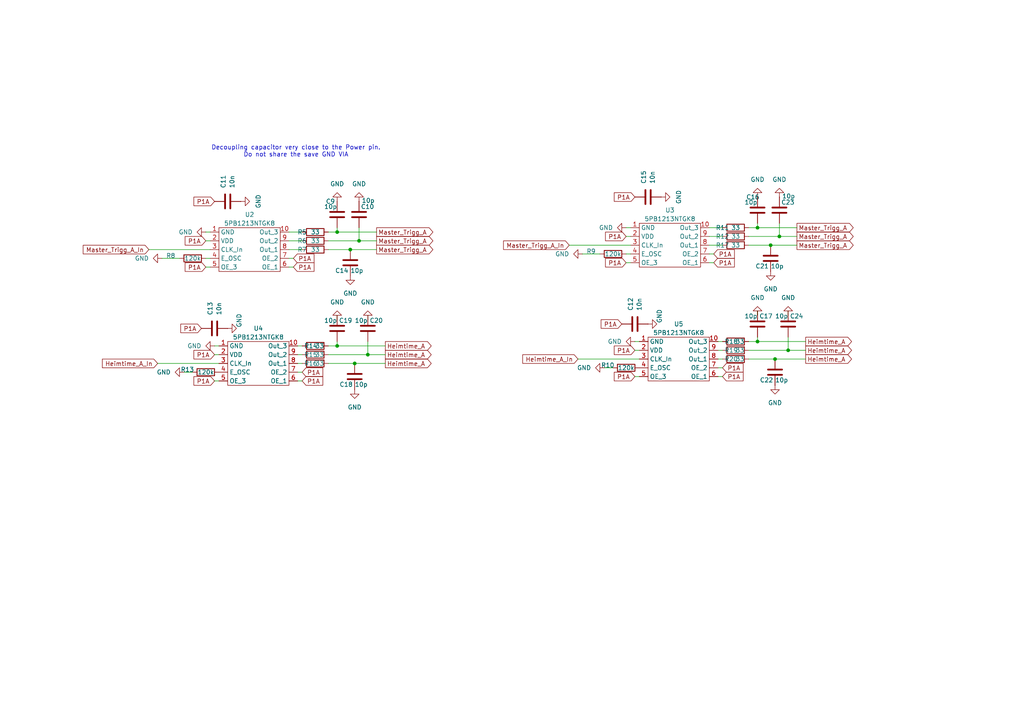
<source format=kicad_sch>
(kicad_sch (version 20231120) (generator "eeschema") (generator_version "8.0")
  (paper "A4")
  (lib_symbols
    (symbol "Device:C" (pin_numbers hide) (pin_names (offset 0.254))
      (property "Reference" "C" (at 0.635 2.54 0))
      (property "Value" "C" (at 0.635 -2.54 0))
      (symbol "C_0_1"
        (polyline (pts (xy -2.032 -0.762) (xy 2.032 -0.762)) (stroke (width 0.508)))
        (polyline (pts (xy -2.032 0.762) (xy 2.032 0.762)) (stroke (width 0.508)))
      )
      (symbol "C_1_1"
        (pin passive line (at 0 3.81 270) (length 2.794) (name "~") (number "1"))
        (pin passive line (at 0 -3.81 90) (length 2.794) (name "~") (number "2"))
      )
    )
    (symbol "Device:R" (pin_numbers hide) (pin_names (offset 0))
      (property "Reference" "R" (at 2.032 0 90))
      (property "Value" "R" (at 0 0 90))
      (symbol "R_0_1"
        (rectangle (start -1.016 -2.54) (end 1.016 2.54) (stroke (width 0.254)))
      )
      (symbol "R_1_1"
        (pin passive line (at 0 3.81 270) (length 1.27) (name "~") (number "1"))
        (pin passive line (at 0 -3.81 90) (length 1.27) (name "~") (number "2"))
      )
    )
    (symbol "HYDRA_Symbol:5PB1213NTGK8"
      (property "Reference" "U" (at 0 3.81 0))
      (symbol "5PB1213NTGK8_0_1"
        (rectangle (start -8.89 2.54) (end 8.89 -10.16))
      )
      (symbol "5PB1213NTGK8_1_1"
        (pin input line (at -11.43 1.27 0) (length 2.54) (name "GND") (number "1"))
        (pin input line (at 11.43 1.27 180) (length 2.54) (name "Out_3") (number "10"))
        (pin input line (at -11.43 -1.27 0) (length 2.54) (name "VDD") (number "2"))
        (pin input line (at -11.43 -3.81 0) (length 2.54) (name "CLK_In") (number "3"))
        (pin input line (at -11.43 -6.35 0) (length 2.54) (name "E_OSC") (number "4"))
        (pin input line (at -11.43 -8.89 0) (length 2.54) (name "OE_3") (number "5"))
        (pin input line (at 11.43 -8.89 180) (length 2.54) (name "OE_1") (number "6"))
        (pin input line (at 11.43 -6.35 180) (length 2.54) (name "OE_2") (number "7"))
        (pin input line (at 11.43 -3.81 180) (length 2.54) (name "Out_1") (number "8"))
        (pin input line (at 11.43 -1.27 180) (length 2.54) (name "Out_2") (number "9"))
      )
    )
    (symbol "power:GND" (power) (pin_numbers hide) (pin_names (offset 0) hide)
      (property "Value" "GND" (at 0 -3.81 0))
      (symbol "GND_0_1"
        (polyline (pts (xy 0 0) (xy 0 -1.27) (xy 1.27 -1.27) (xy 0 -2.54) (xy -1.27 -1.27) (xy 0 -1.27)))
      )
      (symbol "GND_1_1"
        (pin power_in line (at 0 0 270) (length 0) (name "~") (number "1"))
      )
    )
  )
  (junction (at 104.14 69.85))
  (junction (at 101.6 72.39))
  (junction (at 223.52 71.12))
  (junction (at 97.79 100.33))
  (junction (at 97.79 67.31))
  (junction (at 106.68 102.87))
  (junction (at 224.79 104.14))
  (junction (at 219.71 66.04))
  (junction (at 226.06 68.58))
  (junction (at 102.87 105.41))
  (junction (at 228.6 101.6))
  (junction (at 219.71 99.06))
  (wire (pts (xy 53.34 107.95) (xy 55.88 107.95)))
  (wire (pts (xy 228.6 101.6) (xy 233.68 101.6)))
  (wire (pts (xy 83.82 67.31) (xy 87.63 67.31)))
  (wire (pts (xy 181.61 73.66) (xy 182.88 73.66)))
  (wire (pts (xy 228.6 97.79) (xy 228.6 101.6)))
  (wire (pts (xy 59.69 74.93) (xy 60.96 74.93)))
  (wire (pts (xy 97.79 67.31) (xy 109.22 67.31)))
  (wire (pts (xy 95.25 102.87) (xy 106.68 102.87)))
  (wire (pts (xy 224.79 104.14) (xy 233.68 104.14)))
  (wire (pts (xy 83.82 69.85) (xy 87.63 69.85)))
  (wire (pts (xy 219.71 66.04) (xy 231.14 66.04)))
  (wire (pts (xy 208.28 104.14) (xy 209.55 104.14)))
  (wire (pts (xy 106.68 102.87) (xy 111.76 102.87)))
  (wire (pts (xy 86.36 102.87) (xy 87.63 102.87)))
  (wire (pts (xy 85.09 74.93) (xy 83.82 74.93)))
  (wire (pts (xy 101.6 72.39) (xy 109.22 72.39)))
  (wire (pts (xy 106.68 99.06) (xy 106.68 102.87)))
  (wire (pts (xy 167.64 104.14) (xy 185.42 104.14)))
  (wire (pts (xy 97.79 99.06) (xy 97.79 100.33)))
  (wire (pts (xy 181.61 76.2) (xy 182.88 76.2)))
  (wire (pts (xy 106.68 91.44) (xy 106.68 92.71)))
  (wire (pts (xy 86.36 100.33) (xy 87.63 100.33)))
  (wire (pts (xy 209.55 106.68) (xy 208.28 106.68)))
  (wire (pts (xy 45.72 105.41) (xy 63.5 105.41)))
  (wire (pts (xy 217.17 68.58) (xy 226.06 68.58)))
  (wire (pts (xy 184.15 109.22) (xy 185.42 109.22)))
  (wire (pts (xy 97.79 66.04) (xy 97.79 67.31)))
  (wire (pts (xy 97.79 91.44) (xy 97.79 92.71)))
  (wire (pts (xy 97.79 100.33) (xy 111.76 100.33)))
  (wire (pts (xy 217.17 99.06) (xy 219.71 99.06)))
  (wire (pts (xy 59.69 77.47) (xy 60.96 77.47)))
  (wire (pts (xy 217.17 66.04) (xy 219.71 66.04)))
  (wire (pts (xy 219.71 99.06) (xy 233.68 99.06)))
  (wire (pts (xy 181.61 68.58) (xy 182.88 68.58)))
  (wire (pts (xy 83.82 72.39) (xy 87.63 72.39)))
  (wire (pts (xy 217.17 71.12) (xy 223.52 71.12)))
  (wire (pts (xy 205.74 76.2) (xy 207.01 76.2)))
  (wire (pts (xy 223.52 71.12) (xy 231.14 71.12)))
  (wire (pts (xy 205.74 71.12) (xy 209.55 71.12)))
  (wire (pts (xy 219.71 90.17) (xy 219.71 91.44)))
  (wire (pts (xy 217.17 104.14) (xy 224.79 104.14)))
  (wire (pts (xy 104.14 66.04) (xy 104.14 69.85)))
  (wire (pts (xy 83.82 77.47) (xy 85.09 77.47)))
  (wire (pts (xy 208.28 109.22) (xy 209.55 109.22)))
  (wire (pts (xy 86.36 105.41) (xy 87.63 105.41)))
  (wire (pts (xy 228.6 90.17) (xy 228.6 91.44)))
  (wire (pts (xy 95.25 72.39) (xy 101.6 72.39)))
  (wire (pts (xy 95.25 105.41) (xy 102.87 105.41)))
  (wire (pts (xy 205.74 68.58) (xy 209.55 68.58)))
  (wire (pts (xy 43.18 72.39) (xy 60.96 72.39)))
  (wire (pts (xy 165.1 71.12) (xy 182.88 71.12)))
  (wire (pts (xy 168.91 73.66) (xy 173.99 73.66)))
  (wire (pts (xy 208.28 99.06) (xy 209.55 99.06)))
  (wire (pts (xy 86.36 110.49) (xy 87.63 110.49)))
  (wire (pts (xy 205.74 66.04) (xy 209.55 66.04)))
  (wire (pts (xy 184.15 101.6) (xy 185.42 101.6)))
  (wire (pts (xy 181.61 66.04) (xy 182.88 66.04)))
  (wire (pts (xy 184.15 99.06) (xy 185.42 99.06)))
  (wire (pts (xy 219.71 97.79) (xy 219.71 99.06)))
  (wire (pts (xy 208.28 101.6) (xy 209.55 101.6)))
  (wire (pts (xy 62.23 110.49) (xy 63.5 110.49)))
  (wire (pts (xy 59.69 69.85) (xy 60.96 69.85)))
  (wire (pts (xy 207.01 73.66) (xy 205.74 73.66)))
  (wire (pts (xy 226.06 64.77) (xy 226.06 68.58)))
  (wire (pts (xy 87.63 107.95) (xy 86.36 107.95)))
  (wire (pts (xy 104.14 69.85) (xy 109.22 69.85)))
  (wire (pts (xy 59.69 67.31) (xy 60.96 67.31)))
  (wire (pts (xy 95.25 69.85) (xy 104.14 69.85)))
  (wire (pts (xy 217.17 101.6) (xy 228.6 101.6)))
  (wire (pts (xy 219.71 64.77) (xy 219.71 66.04)))
  (wire (pts (xy 175.26 106.68) (xy 177.8 106.68)))
  (wire (pts (xy 62.23 102.87) (xy 63.5 102.87)))
  (wire (pts (xy 226.06 68.58) (xy 231.14 68.58)))
  (wire (pts (xy 95.25 67.31) (xy 97.79 67.31)))
  (wire (pts (xy 46.99 74.93) (xy 52.07 74.93)))
  (wire (pts (xy 95.25 100.33) (xy 97.79 100.33)))
  (wire (pts (xy 62.23 100.33) (xy 63.5 100.33)))
  (wire (pts (xy 102.87 105.41) (xy 111.76 105.41)))
  (text "Decoupling capacitor very close to the Power pin.\nDo not share the save GND VIA" (at 85.852 43.942 0) (effects (font (size 1.27 1.27))))
  (global_label "P1A" (shape input) (at 59.69 77.47 180) (property "Intersheetrefs" "${INTERSHEET_REFS}" (effects (hide yes))))
  (global_label "Master_Trigg_A" (shape output) (at 231.14 68.58 0) (property "Intersheetrefs" "${INTERSHEET_REFS}" (effects (hide yes))))
  (global_label "Heimtime_A" (shape output) (at 233.68 104.14 0) (property "Intersheetrefs" "${INTERSHEET_REFS}" (effects (hide yes))))
  (global_label "P1A" (shape input) (at 209.55 109.22 0) (property "Intersheetrefs" "${INTERSHEET_REFS}" (effects (hide yes))))
  (global_label "Heimtime_A_In" (shape input) (at 167.64 104.14 180) (property "Intersheetrefs" "${INTERSHEET_REFS}" (effects (hide yes))))
  (global_label "P1A" (shape input) (at 87.63 107.95 0) (property "Intersheetrefs" "${INTERSHEET_REFS}" (effects (hide yes))))
  (global_label "P1A" (shape input) (at 207.01 76.2 0) (property "Intersheetrefs" "${INTERSHEET_REFS}" (effects (hide yes))))
  (global_label "P1A" (shape input) (at 184.15 101.6 180) (property "Intersheetrefs" "${INTERSHEET_REFS}" (effects (hide yes))))
  (global_label "P1A" (shape input) (at 58.42 95.25 180) (property "Intersheetrefs" "${INTERSHEET_REFS}" (effects (hide yes))))
  (global_label "Master_Trigg_A" (shape output) (at 109.22 72.39 0) (property "Intersheetrefs" "${INTERSHEET_REFS}" (effects (hide yes))))
  (global_label "Heimtime_A" (shape output) (at 233.68 101.6 0) (property "Intersheetrefs" "${INTERSHEET_REFS}" (effects (hide yes))))
  (global_label "P1A" (shape input) (at 62.23 58.42 180) (property "Intersheetrefs" "${INTERSHEET_REFS}" (effects (hide yes))))
  (global_label "Heimtime_A" (shape output) (at 111.76 100.33 0) (property "Intersheetrefs" "${INTERSHEET_REFS}" (effects (hide yes))))
  (global_label "Master_Trigg_A" (shape output) (at 231.14 71.12 0) (property "Intersheetrefs" "${INTERSHEET_REFS}" (effects (hide yes))))
  (global_label "P1A" (shape input) (at 184.15 57.15 180) (property "Intersheetrefs" "${INTERSHEET_REFS}" (effects (hide yes))))
  (global_label "P1A" (shape input) (at 180.34 93.98 180) (property "Intersheetrefs" "${INTERSHEET_REFS}" (effects (hide yes))))
  (global_label "Master_Trigg_A" (shape output) (at 109.22 69.85 0) (property "Intersheetrefs" "${INTERSHEET_REFS}" (effects (hide yes))))
  (global_label "Heimtime_A" (shape output) (at 111.76 105.41 0) (property "Intersheetrefs" "${INTERSHEET_REFS}" (effects (hide yes))))
  (global_label "Master_Trigg_A_In" (shape input) (at 43.18 72.39 180) (property "Intersheetrefs" "${INTERSHEET_REFS}" (effects (hide yes))))
  (global_label "Master_Trigg_A" (shape output) (at 109.22 67.31 0) (property "Intersheetrefs" "${INTERSHEET_REFS}" (effects (hide yes))))
  (global_label "P1A" (shape input) (at 181.61 68.58 180) (property "Intersheetrefs" "${INTERSHEET_REFS}" (effects (hide yes))))
  (global_label "P1A" (shape input) (at 62.23 102.87 180) (property "Intersheetrefs" "${INTERSHEET_REFS}" (effects (hide yes))))
  (global_label "P1A" (shape input) (at 181.61 76.2 180) (property "Intersheetrefs" "${INTERSHEET_REFS}" (effects (hide yes))))
  (global_label "Master_Trigg_A_In" (shape input) (at 165.1 71.12 180) (property "Intersheetrefs" "${INTERSHEET_REFS}" (effects (hide yes))))
  (global_label "P1A" (shape input) (at 207.01 73.66 0) (property "Intersheetrefs" "${INTERSHEET_REFS}" (effects (hide yes))))
  (global_label "P1A" (shape input) (at 209.55 106.68 0) (property "Intersheetrefs" "${INTERSHEET_REFS}" (effects (hide yes))))
  (global_label "P1A" (shape input) (at 59.69 69.85 180) (property "Intersheetrefs" "${INTERSHEET_REFS}" (effects (hide yes))))
  (global_label "Heimtime_A" (shape output) (at 233.68 99.06 0) (property "Intersheetrefs" "${INTERSHEET_REFS}" (effects (hide yes))))
  (global_label "P1A" (shape input) (at 62.23 110.49 180) (property "Intersheetrefs" "${INTERSHEET_REFS}" (effects (hide yes))))
  (global_label "P1A" (shape input) (at 85.09 77.47 0) (property "Intersheetrefs" "${INTERSHEET_REFS}" (effects (hide yes))))
  (global_label "P1A" (shape input) (at 184.15 109.22 180) (property "Intersheetrefs" "${INTERSHEET_REFS}" (effects (hide yes))))
  (global_label "P1A" (shape input) (at 85.09 74.93 0) (property "Intersheetrefs" "${INTERSHEET_REFS}" (effects (hide yes))))
  (global_label "P1A" (shape input) (at 87.63 110.49 0) (property "Intersheetrefs" "${INTERSHEET_REFS}" (effects (hide yes))))
  (global_label "Heimtime_A" (shape output) (at 111.76 102.87 0) (property "Intersheetrefs" "${INTERSHEET_REFS}" (effects (hide yes))))
  (global_label "Heimtime_A_In" (shape input) (at 45.72 105.41 180) (property "Intersheetrefs" "${INTERSHEET_REFS}" (effects (hide yes))))
  (global_label "Master_Trigg_A" (shape output) (at 231.14 66.04 0) (property "Intersheetrefs" "${INTERSHEET_REFS}" (effects (hide yes))))
  (symbol (lib_id "power:GND") (at 97.79 92.71 180) (unit 1)
    (property "Reference" "#PWR0119" (effects (hide yes)))
    (property "Value" "GND" (at 97.79 87.63 0))
    (property "Description" "Power symbol creates a global label with name \"GND\" , ground" (effects (hide yes)))
  )
  (symbol (lib_id "Device:C") (at 187.96 57.15 90) (unit 1)
    (property "Reference" "C15" (at 186.6899 53.34 0) (effects (justify left)))
    (property "Value" "10n" (at 189.2299 53.34 0) (effects (justify left)))
    (property "Footprint" "Capacitor_SMD:C_0201_0603Metric" (effects (hide yes)))
    (property "Description" "Unpolarized capacitor" (effects (hide yes)))
  )
  (symbol (lib_id "Device:C") (at 184.15 93.98 90) (unit 1)
    (property "Reference" "C12" (at 182.8799 90.17 0) (effects (justify left)))
    (property "Value" "10n" (at 185.4199 90.17 0) (effects (justify left)))
    (property "Footprint" "Capacitor_SMD:C_0201_0603Metric" (effects (hide yes)))
    (property "Description" "Unpolarized capacitor" (effects (hide yes)))
  )
  (symbol (lib_id "Device:C") (at 226.06 60.96 0) (unit 1)
    (property "Reference" "C23" (at 226.568 58.674 0) (effects (justify left)))
    (property "Value" "10p" (at 226.822 56.896 0) (effects (justify left)))
    (property "Footprint" "Capacitor_SMD:C_0201_0603Metric" (effects (hide yes)))
    (property "Description" "Unpolarized capacitor" (effects (hide yes)))
  )
  (symbol (lib_id "HYDRA_Symbol:5PB1213NTGK8") (at 74.93 101.6 0) (unit 1)
    (property "Reference" "U4" (at 74.93 95.25 0))
    (property "Value" "5PB1213NTGK8" (at 74.93 97.79 0))
    (property "Footprint" "PCI-E_SMD:5PB1213NTGK8" (effects (hide yes)))
  )
  (symbol (lib_id "power:GND") (at 224.79 111.76 0) (unit 1)
    (property "Reference" "#PWR0109" (effects (hide yes)))
    (property "Value" "GND" (at 224.79 116.84 0))
    (property "Description" "Power symbol creates a global label with name \"GND\" , ground" (effects (hide yes)))
  )
  (symbol (lib_id "Device:C") (at 97.79 95.25 0) (unit 1)
    (property "Reference" "C19" (at 98.298 92.964 0) (effects (justify left)))
    (property "Value" "10p" (at 93.98 92.964 0) (effects (justify left)))
    (property "Footprint" "Capacitor_SMD:C_0201_0603Metric" (effects (hide yes)))
    (property "Description" "Unpolarized capacitor" (effects (hide yes)))
  )
  (symbol (lib_id "power:GND") (at 219.71 91.44 180) (unit 1)
    (property "Reference" "#PWR080" (effects (hide yes)))
    (property "Value" "GND" (at 219.71 86.36 0))
    (property "Description" "Power symbol creates a global label with name \"GND\" , ground" (effects (hide yes)))
  )
  (symbol (lib_id "Device:R") (at 91.44 69.85 90) (unit 1)
    (property "Reference" "R6" (at 87.63 69.85 90))
    (property "Value" "33" (at 91.44 69.85 90))
    (property "Footprint" "Resistor_SMD:R_0201_0603Metric" (effects (hide yes)))
    (property "Description" "Resistor" (effects (hide yes)))
  )
  (symbol (lib_id "power:GND") (at 69.85 58.42 90) (unit 1)
    (property "Reference" "#PWR074" (effects (hide yes)))
    (property "Value" "GND" (at 74.93 58.42 0))
    (property "Description" "Power symbol creates a global label with name \"GND\" , ground" (effects (hide yes)))
  )
  (symbol (lib_id "Device:R") (at 91.44 100.33 90) (unit 1)
    (property "Reference" "R14" (at 90.17 100.33 90))
    (property "Value" "33" (at 92.71 100.33 90))
    (property "Footprint" "Resistor_SMD:R_0201_0603Metric" (effects (hide yes)))
    (property "Description" "Resistor" (effects (hide yes)))
  )
  (symbol (lib_id "Device:C") (at 66.04 58.42 90) (unit 1)
    (property "Reference" "C11" (at 64.7699 54.61 0) (effects (justify left)))
    (property "Value" "10n" (at 67.3099 54.61 0) (effects (justify left)))
    (property "Footprint" "Capacitor_SMD:C_0201_0603Metric" (effects (hide yes)))
    (property "Description" "Unpolarized capacitor" (effects (hide yes)))
  )
  (symbol (lib_id "Device:C") (at 101.6 76.2 180) (unit 1)
    (property "Reference" "C14" (at 101.092 78.486 0) (effects (justify left)))
    (property "Value" "10p" (at 105.41 78.486 0) (effects (justify left)))
    (property "Footprint" "Capacitor_SMD:C_0201_0603Metric" (effects (hide yes)))
    (property "Description" "Unpolarized capacitor" (effects (hide yes)))
  )
  (symbol (lib_id "power:GND") (at 226.06 57.15 180) (unit 1)
    (property "Reference" "#PWR0110" (effects (hide yes)))
    (property "Value" "GND" (at 226.06 52.07 0))
    (property "Description" "Power symbol creates a global label with name \"GND\" , ground" (effects (hide yes)))
  )
  (symbol (lib_id "power:GND") (at 191.77 57.15 90) (unit 1)
    (property "Reference" "#PWR064" (effects (hide yes)))
    (property "Value" "GND" (at 196.85 57.15 0))
    (property "Description" "Power symbol creates a global label with name \"GND\" , ground" (effects (hide yes)))
  )
  (symbol (lib_id "power:GND") (at 66.04 95.25 90) (unit 1)
    (property "Reference" "#PWR0113" (effects (hide yes)))
    (property "Value" "GND" (at 69.342 92.964 0))
    (property "Description" "Power symbol creates a global label with name \"GND\" , ground" (effects (hide yes)))
  )
  (symbol (lib_id "HYDRA_Symbol:5PB1213NTGK8") (at 196.85 100.33 0) (unit 1)
    (property "Reference" "U5" (at 196.85 93.98 0))
    (property "Value" "5PB1213NTGK8" (at 196.85 96.52 0))
    (property "Footprint" "PCI-E_SMD:5PB1213NTGK8" (effects (hide yes)))
  )
  (symbol (lib_id "power:GND") (at 168.91 73.66 270) (unit 1)
    (property "Reference" "#PWR039" (effects (hide yes)))
    (property "Value" "GND" (at 165.1 73.6599 90) (effects (justify right)))
    (property "Description" "Power symbol creates a global label with name \"GND\" , ground" (effects (hide yes)))
  )
  (symbol (lib_id "power:GND") (at 181.61 66.04 270) (unit 1)
    (property "Reference" "#PWR048" (effects (hide yes)))
    (property "Value" "GND" (at 177.8 66.0399 90) (effects (justify right)))
    (property "Description" "Power symbol creates a global label with name \"GND\" , ground" (effects (hide yes)))
  )
  (symbol (lib_id "Device:C") (at 62.23 95.25 90) (unit 1)
    (property "Reference" "C13" (at 60.9599 91.44 0) (effects (justify left)))
    (property "Value" "10n" (at 63.4999 91.44 0) (effects (justify left)))
    (property "Footprint" "Capacitor_SMD:C_0201_0603Metric" (effects (hide yes)))
    (property "Description" "Unpolarized capacitor" (effects (hide yes)))
  )
  (symbol (lib_id "Device:C") (at 219.71 60.96 0) (unit 1)
    (property "Reference" "C16" (at 216.408 57.15 0) (effects (justify left)))
    (property "Value" "10p" (at 215.9 58.674 0) (effects (justify left)))
    (property "Footprint" "Capacitor_SMD:C_0201_0603Metric" (effects (hide yes)))
    (property "Description" "Unpolarized capacitor" (effects (hide yes)))
  )
  (symbol (lib_id "Device:C") (at 104.14 62.23 0) (unit 1)
    (property "Reference" "C10" (at 104.648 59.944 0) (effects (justify left)))
    (property "Value" "10p" (at 104.902 58.166 0) (effects (justify left)))
    (property "Footprint" "Capacitor_SMD:C_0201_0603Metric" (effects (hide yes)))
    (property "Description" "Unpolarized capacitor" (effects (hide yes)))
  )
  (symbol (lib_id "Device:R") (at 91.44 102.87 90) (unit 1)
    (property "Reference" "R15" (at 90.17 102.87 90))
    (property "Value" "33" (at 92.71 102.87 90))
    (property "Footprint" "Resistor_SMD:R_0201_0603Metric" (effects (hide yes)))
    (property "Description" "Resistor" (effects (hide yes)))
  )
  (symbol (lib_id "Device:C") (at 228.6 93.98 0) (unit 1)
    (property "Reference" "C24" (at 229.108 91.694 0) (effects (justify left)))
    (property "Value" "10p" (at 224.79 91.694 0) (effects (justify left)))
    (property "Footprint" "Capacitor_SMD:C_0201_0603Metric" (effects (hide yes)))
    (property "Description" "Unpolarized capacitor" (effects (hide yes)))
  )
  (symbol (lib_id "Device:R") (at 177.8 73.66 90) (unit 1)
    (property "Reference" "R9" (at 171.45 72.898 90))
    (property "Value" "120k" (at 177.8 73.66 90))
    (property "Footprint" "Resistor_SMD:R_0201_0603Metric" (effects (hide yes)))
    (property "Description" "Resistor" (effects (hide yes)))
  )
  (symbol (lib_id "power:GND") (at 59.69 67.31 270) (unit 1)
    (property "Reference" "#PWR065" (effects (hide yes)))
    (property "Value" "GND" (at 55.88 67.3099 90) (effects (justify right)))
    (property "Description" "Power symbol creates a global label with name \"GND\" , ground" (effects (hide yes)))
  )
  (symbol (lib_id "power:GND") (at 97.79 58.42 180) (unit 1)
    (property "Reference" "#PWR066" (effects (hide yes)))
    (property "Value" "GND" (at 97.79 53.34 0))
    (property "Description" "Power symbol creates a global label with name \"GND\" , ground" (effects (hide yes)))
  )
  (symbol (lib_id "Device:R") (at 213.36 68.58 90) (unit 1)
    (property "Reference" "R12" (at 209.55 68.58 90))
    (property "Value" "33" (at 213.36 68.58 90))
    (property "Footprint" "Resistor_SMD:R_0201_0603Metric" (effects (hide yes)))
    (property "Description" "Resistor" (effects (hide yes)))
  )
  (symbol (lib_id "HYDRA_Symbol:5PB1213NTGK8") (at 72.39 68.58 0) (unit 1)
    (property "Reference" "U2" (at 72.39 62.23 0))
    (property "Value" "5PB1213NTGK8" (at 72.39 64.77 0))
    (property "Footprint" "PCI-E_SMD:5PB1213NTGK8" (effects (hide yes)))
  )
  (symbol (lib_id "Device:R") (at 213.36 99.06 90) (unit 1)
    (property "Reference" "R18" (at 212.09 99.06 90))
    (property "Value" "33" (at 214.63 99.06 90))
    (property "Footprint" "Resistor_SMD:R_0201_0603Metric" (effects (hide yes)))
    (property "Description" "Resistor" (effects (hide yes)))
  )
  (symbol (lib_id "Device:C") (at 223.52 74.93 180) (unit 1)
    (property "Reference" "C21" (at 223.012 77.216 0) (effects (justify left)))
    (property "Value" "10p" (at 227.33 77.216 0) (effects (justify left)))
    (property "Footprint" "Capacitor_SMD:C_0201_0603Metric" (effects (hide yes)))
    (property "Description" "Unpolarized capacitor" (effects (hide yes)))
  )
  (symbol (lib_id "power:GND") (at 228.6 91.44 180) (unit 1)
    (property "Reference" "#PWR0111" (effects (hide yes)))
    (property "Value" "GND" (at 228.6 86.36 0))
    (property "Description" "Power symbol creates a global label with name \"GND\" , ground" (effects (hide yes)))
  )
  (symbol (lib_id "Device:C") (at 219.71 93.98 0) (unit 1)
    (property "Reference" "C17" (at 220.218 91.694 0) (effects (justify left)))
    (property "Value" "10p" (at 215.9 91.694 0) (effects (justify left)))
    (property "Footprint" "Capacitor_SMD:C_0201_0603Metric" (effects (hide yes)))
    (property "Description" "Unpolarized capacitor" (effects (hide yes)))
  )
  (symbol (lib_id "HYDRA_Symbol:5PB1213NTGK8") (at 194.31 67.31 0) (unit 1)
    (property "Reference" "U3" (at 194.31 60.96 0))
    (property "Value" "5PB1213NTGK8" (at 194.31 63.5 0))
    (property "Footprint" "PCI-E_SMD:5PB1213NTGK8" (effects (hide yes)))
  )
  (symbol (lib_id "power:GND") (at 62.23 100.33 270) (unit 1)
    (property "Reference" "#PWR0112" (effects (hide yes)))
    (property "Value" "GND" (at 58.42 100.3299 90) (effects (justify right)))
    (property "Description" "Power symbol creates a global label with name \"GND\" , ground" (effects (hide yes)))
  )
  (symbol (lib_id "Device:R") (at 91.44 72.39 90) (unit 1)
    (property "Reference" "R7" (at 87.63 72.39 90))
    (property "Value" "33" (at 91.44 72.39 90))
    (property "Footprint" "Resistor_SMD:R_0201_0603Metric" (effects (hide yes)))
    (property "Description" "Resistor" (effects (hide yes)))
  )
  (symbol (lib_id "Device:R") (at 59.69 107.95 90) (unit 1)
    (property "Reference" "R13" (at 54.356 107.188 90))
    (property "Value" "120k" (at 59.69 107.95 90))
    (property "Footprint" "Resistor_SMD:R_0201_0603Metric" (effects (hide yes)))
    (property "Description" "Resistor" (effects (hide yes)))
  )
  (symbol (lib_id "Device:R") (at 91.44 105.41 90) (unit 1)
    (property "Reference" "R16" (at 90.17 105.41 90))
    (property "Value" "33" (at 92.71 105.41 90))
    (property "Footprint" "Resistor_SMD:R_0201_0603Metric" (effects (hide yes)))
    (property "Description" "Resistor" (effects (hide yes)))
  )
  (symbol (lib_id "power:GND") (at 187.96 93.98 90) (unit 1)
    (property "Reference" "#PWR056" (effects (hide yes)))
    (property "Value" "GND" (at 191.262 91.694 0))
    (property "Description" "Power symbol creates a global label with name \"GND\" , ground" (effects (hide yes)))
  )
  (symbol (lib_id "Device:R") (at 213.36 71.12 90) (unit 1)
    (property "Reference" "R17" (at 209.55 71.12 90))
    (property "Value" "33" (at 213.36 71.12 90))
    (property "Footprint" "Resistor_SMD:R_0201_0603Metric" (effects (hide yes)))
    (property "Description" "Resistor" (effects (hide yes)))
  )
  (symbol (lib_id "Device:C") (at 97.79 62.23 0) (unit 1)
    (property "Reference" "C9" (at 94.488 58.42 0) (effects (justify left)))
    (property "Value" "10p" (at 93.98 59.944 0) (effects (justify left)))
    (property "Footprint" "Capacitor_SMD:C_0201_0603Metric" (effects (hide yes)))
    (property "Description" "Unpolarized capacitor" (effects (hide yes)))
  )
  (symbol (lib_id "power:GND") (at 175.26 106.68 270) (unit 1)
    (property "Reference" "#PWR040" (effects (hide yes)))
    (property "Value" "GND" (at 171.45 106.6799 90) (effects (justify right)))
    (property "Description" "Power symbol creates a global label with name \"GND\" , ground" (effects (hide yes)))
  )
  (symbol (lib_id "power:GND") (at 46.99 74.93 270) (unit 1)
    (property "Reference" "#PWR0115" (effects (hide yes)))
    (property "Value" "GND" (at 43.18 74.9299 90) (effects (justify right)))
    (property "Description" "Power symbol creates a global label with name \"GND\" , ground" (effects (hide yes)))
  )
  (symbol (lib_id "Device:C") (at 102.87 109.22 180) (unit 1)
    (property "Reference" "C18" (at 102.362 111.506 0) (effects (justify left)))
    (property "Value" "10p" (at 106.68 111.506 0) (effects (justify left)))
    (property "Footprint" "Capacitor_SMD:C_0201_0603Metric" (effects (hide yes)))
    (property "Description" "Unpolarized capacitor" (effects (hide yes)))
  )
  (symbol (lib_id "Device:R") (at 181.61 106.68 90) (unit 1)
    (property "Reference" "R10" (at 176.276 105.918 90))
    (property "Value" "120k" (at 181.61 106.68 90))
    (property "Footprint" "Resistor_SMD:R_0201_0603Metric" (effects (hide yes)))
    (property "Description" "Resistor" (effects (hide yes)))
  )
  (symbol (lib_id "Device:R") (at 55.88 74.93 90) (unit 1)
    (property "Reference" "R8" (at 49.53 74.168 90))
    (property "Value" "120k" (at 55.88 74.93 90))
    (property "Footprint" "Resistor_SMD:R_0201_0603Metric" (effects (hide yes)))
    (property "Description" "Resistor" (effects (hide yes)))
  )
  (symbol (lib_id "power:GND") (at 102.87 113.03 0) (unit 1)
    (property "Reference" "#PWR0118" (effects (hide yes)))
    (property "Value" "GND" (at 102.87 118.11 0))
    (property "Description" "Power symbol creates a global label with name \"GND\" , ground" (effects (hide yes)))
  )
  (symbol (lib_id "power:GND") (at 53.34 107.95 270) (unit 1)
    (property "Reference" "#PWR0117" (effects (hide yes)))
    (property "Value" "GND" (at 49.53 107.9499 90) (effects (justify right)))
    (property "Description" "Power symbol creates a global label with name \"GND\" , ground" (effects (hide yes)))
  )
  (symbol (lib_id "power:GND") (at 223.52 78.74 0) (unit 1)
    (property "Reference" "#PWR082" (effects (hide yes)))
    (property "Value" "GND" (at 223.52 83.82 0))
    (property "Description" "Power symbol creates a global label with name \"GND\" , ground" (effects (hide yes)))
  )
  (symbol (lib_id "power:GND") (at 101.6 80.01 0) (unit 1)
    (property "Reference" "#PWR081" (effects (hide yes)))
    (property "Value" "GND" (at 101.6 85.09 0))
    (property "Description" "Power symbol creates a global label with name \"GND\" , ground" (effects (hide yes)))
  )
  (symbol (lib_id "power:GND") (at 104.14 58.42 180) (unit 1)
    (property "Reference" "#PWR073" (effects (hide yes)))
    (property "Value" "GND" (at 104.14 53.34 0))
    (property "Description" "Power symbol creates a global label with name \"GND\" , ground" (effects (hide yes)))
  )
  (symbol (lib_id "power:GND") (at 184.15 99.06 270) (unit 1)
    (property "Reference" "#PWR050" (effects (hide yes)))
    (property "Value" "GND" (at 180.34 99.0599 90) (effects (justify right)))
    (property "Description" "Power symbol creates a global label with name \"GND\" , ground" (effects (hide yes)))
  )
  (symbol (lib_id "power:GND") (at 106.68 92.71 180) (unit 1)
    (property "Reference" "#PWR0120" (effects (hide yes)))
    (property "Value" "GND" (at 106.68 87.63 0))
    (property "Description" "Power symbol creates a global label with name \"GND\" , ground" (effects (hide yes)))
  )
  (symbol (lib_id "Device:C") (at 224.79 107.95 180) (unit 1)
    (property "Reference" "C22" (at 224.282 110.236 0) (effects (justify left)))
    (property "Value" "10p" (at 228.6 110.236 0) (effects (justify left)))
    (property "Footprint" "Capacitor_SMD:C_0201_0603Metric" (effects (hide yes)))
    (property "Description" "Unpolarized capacitor" (effects (hide yes)))
  )
  (symbol (lib_id "Device:R") (at 91.44 67.31 90) (unit 1)
    (property "Reference" "R5" (at 87.63 67.31 90))
    (property "Value" "33" (at 91.44 67.31 90))
    (property "Footprint" "Resistor_SMD:R_0201_0603Metric" (effects (hide yes)))
    (property "Description" "Resistor" (effects (hide yes)))
  )
  (symbol (lib_id "Device:R") (at 213.36 101.6 90) (unit 1)
    (property "Reference" "R19" (at 212.09 101.6 90))
    (property "Value" "33" (at 214.63 101.6 90))
    (property "Footprint" "Resistor_SMD:R_0201_0603Metric" (effects (hide yes)))
    (property "Description" "Resistor" (effects (hide yes)))
  )
  (symbol (lib_id "Device:R") (at 213.36 66.04 90) (unit 1)
    (property "Reference" "R11" (at 209.55 66.04 90))
    (property "Value" "33" (at 213.36 66.04 90))
    (property "Footprint" "Resistor_SMD:R_0201_0603Metric" (effects (hide yes)))
    (property "Description" "Resistor" (effects (hide yes)))
  )
  (symbol (lib_id "Device:C") (at 106.68 95.25 0) (unit 1)
    (property "Reference" "C20" (at 107.188 92.964 0) (effects (justify left)))
    (property "Value" "10p" (at 102.87 92.964 0) (effects (justify left)))
    (property "Footprint" "Capacitor_SMD:C_0201_0603Metric" (effects (hide yes)))
    (property "Description" "Unpolarized capacitor" (effects (hide yes)))
  )
  (symbol (lib_id "Device:R") (at 213.36 104.14 90) (unit 1)
    (property "Reference" "R20" (at 212.09 104.14 90))
    (property "Value" "33" (at 214.63 104.14 90))
    (property "Footprint" "Resistor_SMD:R_0201_0603Metric" (effects (hide yes)))
    (property "Description" "Resistor" (effects (hide yes)))
  )
  (symbol (lib_id "power:GND") (at 219.71 57.15 180) (unit 1)
    (property "Reference" "#PWR072" (effects (hide yes)))
    (property "Value" "GND" (at 219.71 52.07 0))
    (property "Description" "Power symbol creates a global label with name \"GND\" , ground" (effects (hide yes)))
  )
)
</source>
